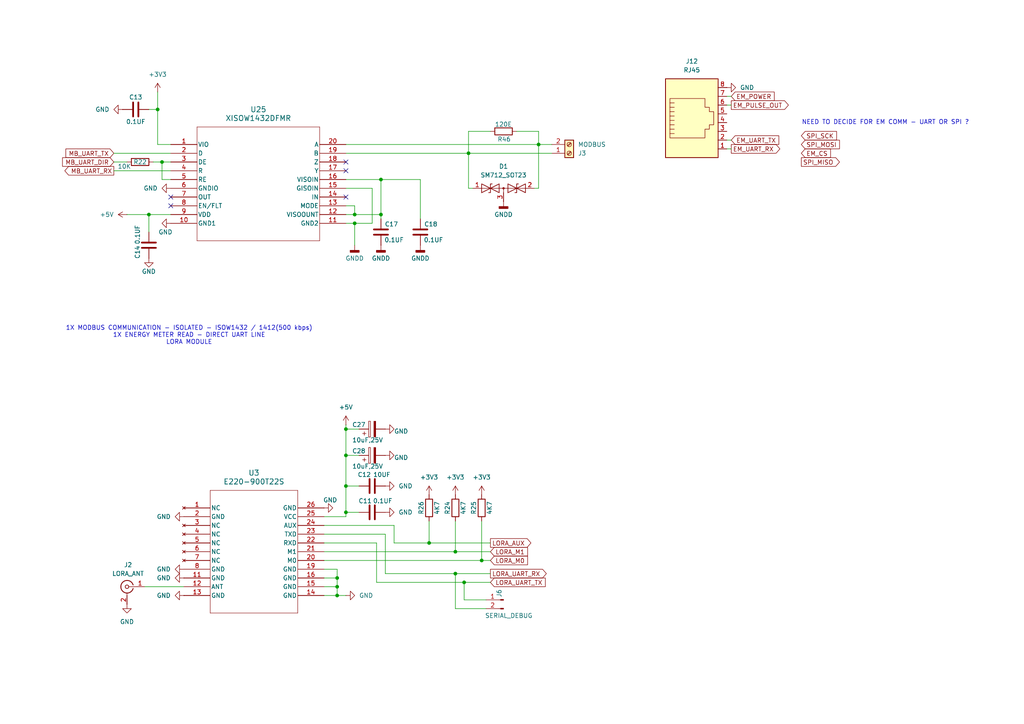
<source format=kicad_sch>
(kicad_sch (version 20231120) (generator "eeschema") (generator_version "8.0")
  (paper "A4")
  (lib_symbols
    (symbol "Connector:Conn_01x02_Pin" (pin_names (offset 1.016) hide)
      (property "Reference" "J" (at 0 2.54 0))
      (property "Value" "Conn_01x02_Pin" (at 0 -5.08 0))
      (symbol "Conn_01x02_Pin_1_1"
        (polyline (pts (xy 1.27 -2.54) (xy 0.8636 -2.54)) (stroke (width 0.1524)))
        (polyline (pts (xy 1.27 0) (xy 0.8636 0)) (stroke (width 0.1524)))
        (rectangle (start 0.8636 -2.413) (end 0 -2.667) (stroke (width 0.1524)) (fill (type outline)))
        (rectangle (start 0.8636 0.127) (end 0 -0.127) (stroke (width 0.1524)) (fill (type outline)))
        (pin passive line (at 5.08 0 180) (length 3.81) (name "Pin_1") (number "1"))
        (pin passive line (at 5.08 -2.54 180) (length 3.81) (name "Pin_2") (number "2"))
      )
    )
    (symbol "Connector:Conn_Coaxial" (pin_names (offset 1.016) hide)
      (property "Reference" "J" (at 0.254 3.048 0))
      (property "Value" "Conn_Coaxial" (at 2.921 0 90))
      (symbol "Conn_Coaxial_0_1"
        (arc (start -1.778 -0.508) (mid 0.2311 -1.8066) (end 1.778 0) (stroke (width 0.254)))
        (polyline (pts (xy -2.54 0) (xy -0.508 0)))
        (polyline (pts (xy 0 -2.54) (xy 0 -1.778)))
        (circle (center 0 0) (radius 0.508) (stroke (width 0.2032)))
        (arc (start 1.778 0) (mid 0.2099 1.8101) (end -1.778 0.508) (stroke (width 0.254)))
      )
      (symbol "Conn_Coaxial_1_1"
        (pin passive line (at -5.08 0 0) (length 2.54) (name "In") (number "1"))
        (pin passive line (at 0 -5.08 90) (length 2.54) (name "Ext") (number "2"))
      )
    )
    (symbol "Connector:RJ45" (pin_names (offset 1.016))
      (property "Reference" "J" (at -5.08 13.97 0))
      (property "Value" "RJ45" (at 2.54 13.97 0))
      (symbol "RJ45_0_1"
        (polyline (pts (xy -5.08 4.445) (xy -6.35 4.445)))
        (polyline (pts (xy -5.08 5.715) (xy -6.35 5.715)))
        (polyline (pts (xy -6.35 -3.175) (xy -5.08 -3.175) (xy -5.08 -3.175)))
        (polyline (pts (xy -6.35 -1.905) (xy -5.08 -1.905) (xy -5.08 -1.905)))
        (polyline (pts (xy -6.35 -0.635) (xy -5.08 -0.635) (xy -5.08 -0.635)))
        (polyline (pts (xy -6.35 0.635) (xy -5.08 0.635) (xy -5.08 0.635)))
        (polyline (pts (xy -6.35 1.905) (xy -5.08 1.905) (xy -5.08 1.905)))
        (polyline (pts (xy -5.08 3.175) (xy -6.35 3.175) (xy -6.35 3.175)))
        (polyline (pts (xy -6.35 -4.445) (xy -6.35 6.985) (xy 3.81 6.985) (xy 3.81 4.445) (xy 5.08 4.445) (xy 5.08 3.175) (xy 6.35 3.175) (xy 6.35 -0.635) (xy 5.08 -0.635) (xy 5.08 -1.905) (xy 3.81 -1.905) (xy 3.81 -4.445) (xy -6.35 -4.445) (xy -6.35 -4.445)))
        (rectangle (start 7.62 12.7) (end -7.62 -10.16) (stroke (width 0.254)) (fill (type background)))
      )
      (symbol "RJ45_1_1"
        (pin passive line (at 10.16 -7.62 180) (length 2.54) (name "~") (number "1"))
        (pin passive line (at 10.16 -5.08 180) (length 2.54) (name "~") (number "2"))
        (pin passive line (at 10.16 -2.54 180) (length 2.54) (name "~") (number "3"))
        (pin passive line (at 10.16 0 180) (length 2.54) (name "~") (number "4"))
        (pin passive line (at 10.16 2.54 180) (length 2.54) (name "~") (number "5"))
        (pin passive line (at 10.16 5.08 180) (length 2.54) (name "~") (number "6"))
        (pin passive line (at 10.16 7.62 180) (length 2.54) (name "~") (number "7"))
        (pin passive line (at 10.16 10.16 180) (length 2.54) (name "~") (number "8"))
      )
    )
    (symbol "Connector:Screw_Terminal_01x02" (pin_names (offset 1.016) hide)
      (property "Reference" "J" (at 0 2.54 0))
      (property "Value" "Screw_Terminal_01x02" (at 0 -5.08 0))
      (symbol "Screw_Terminal_01x02_1_1"
        (rectangle (start -1.27 1.27) (end 1.27 -3.81) (stroke (width 0.254)) (fill (type background)))
        (circle (center 0 -2.54) (radius 0.635) (stroke (width 0.1524)))
        (polyline (pts (xy -0.5334 -2.2098) (xy 0.3302 -3.048)) (stroke (width 0.1524)))
        (polyline (pts (xy -0.5334 0.3302) (xy 0.3302 -0.508)) (stroke (width 0.1524)))
        (polyline (pts (xy -0.3556 -2.032) (xy 0.508 -2.8702)) (stroke (width 0.1524)))
        (polyline (pts (xy -0.3556 0.508) (xy 0.508 -0.3302)) (stroke (width 0.1524)))
        (circle (center 0 0) (radius 0.635) (stroke (width 0.1524)))
        (pin passive line (at -5.08 0 0) (length 3.81) (name "Pin_1") (number "1"))
        (pin passive line (at -5.08 -2.54 0) (length 3.81) (name "Pin_2") (number "2"))
      )
    )
    (symbol "Device:C" (pin_numbers hide) (pin_names (offset 0.254))
      (property "Reference" "C" (at 0.635 2.54 0))
      (property "Value" "C" (at 0.635 -2.54 0))
      (symbol "C_0_1"
        (polyline (pts (xy -2.032 -0.762) (xy 2.032 -0.762)) (stroke (width 0.508)))
        (polyline (pts (xy -2.032 0.762) (xy 2.032 0.762)) (stroke (width 0.508)))
      )
      (symbol "C_1_1"
        (pin passive line (at 0 3.81 270) (length 2.794) (name "~") (number "1"))
        (pin passive line (at 0 -3.81 90) (length 2.794) (name "~") (number "2"))
      )
    )
    (symbol "Device:R" (pin_numbers hide) (pin_names (offset 0))
      (property "Reference" "R" (at 2.032 0 90))
      (property "Value" "R" (at 0 0 90))
      (symbol "R_0_1"
        (rectangle (start -1.016 -2.54) (end 1.016 2.54) (stroke (width 0.254)))
      )
      (symbol "R_1_1"
        (pin passive line (at 0 3.81 270) (length 1.27) (name "~") (number "1"))
        (pin passive line (at 0 -3.81 90) (length 1.27) (name "~") (number "2"))
      )
    )
    (symbol "Diode:SM712_SOT23" (pin_names (offset 1.016) hide)
      (property "Reference" "D" (at 0 4.445 0))
      (property "Value" "SM712_SOT23" (at 0 2.54 0))
      (symbol "SM712_SOT23_0_0"
        (polyline (pts (xy 0 -1.27) (xy 0 0)))
      )
      (symbol "SM712_SOT23_0_1"
        (polyline (pts (xy -6.35 0) (xy 6.35 0)))
        (polyline (pts (xy -3.302 1.27) (xy -3.81 1.27) (xy -3.81 -1.27) (xy -4.318 -1.27)) (stroke (width 0.2032)))
        (polyline (pts (xy 4.318 1.27) (xy 3.81 1.27) (xy 3.81 -1.27) (xy 3.302 -1.27)) (stroke (width 0.2032)))
        (polyline (pts (xy -6.35 -1.27) (xy -1.27 1.27) (xy -1.27 -1.27) (xy -6.35 1.27) (xy -6.35 -1.27)) (stroke (width 0.2032)))
        (polyline (pts (xy 1.27 -1.27) (xy 1.27 1.27) (xy 6.35 -1.27) (xy 6.35 1.27) (xy 1.27 -1.27)) (stroke (width 0.2032)))
        (circle (center 0 0) (radius 0.254) (fill (type outline)))
      )
      (symbol "SM712_SOT23_1_1"
        (pin passive line (at -8.89 0 0) (length 2.54) (name "A1") (number "1"))
        (pin passive line (at 8.89 0 180) (length 2.54) (name "A2") (number "2"))
        (pin input line (at 0 -3.81 90) (length 2.54) (name "common") (number "3"))
      )
    )
    (symbol "E220 LORA:E220-900T22S" (pin_names (offset 0.254))
      (property "Reference" "U" (at 20.32 10.16 0))
      (property "Value" "E220-900T22S" (at 20.32 7.62 0))
      (symbol "E220-900T22S_0_1"
        (polyline (pts (xy 7.62 -30.48) (xy 33.02 -30.48)) (stroke (width 0.127)))
        (polyline (pts (xy 7.62 5.08) (xy 7.62 -30.48)) (stroke (width 0.127)))
        (polyline (pts (xy 33.02 -30.48) (xy 33.02 5.08)) (stroke (width 0.127)))
        (polyline (pts (xy 33.02 5.08) (xy 7.62 5.08)) (stroke (width 0.127)))
        (pin no_connect line (at 0 0 0) (length 7.62) (name "NC") (number "1"))
        (pin power_out line (at 0 -20.32 0) (length 7.62) (name "GND") (number "11"))
        (pin unspecified line (at 0 -22.86 0) (length 7.62) (name "ANT") (number "12"))
        (pin power_out line (at 0 -25.4 0) (length 7.62) (name "GND") (number "13"))
        (pin power_out line (at 40.64 -25.4 180) (length 7.62) (name "GND") (number "14"))
        (pin power_out line (at 40.64 -22.86 180) (length 7.62) (name "GND") (number "15"))
        (pin power_out line (at 40.64 -20.32 180) (length 7.62) (name "GND") (number "16"))
        (pin power_out line (at 40.64 -17.78 180) (length 7.62) (name "GND") (number "19"))
        (pin power_out line (at 0 -2.54 0) (length 7.62) (name "GND") (number "2"))
        (pin input line (at 40.64 -15.24 180) (length 7.62) (name "M0") (number "20"))
        (pin input line (at 40.64 -12.7 180) (length 7.62) (name "M1") (number "21"))
        (pin input line (at 40.64 -10.16 180) (length 7.62) (name "RXD") (number "22"))
        (pin output line (at 40.64 -7.62 180) (length 7.62) (name "TXD") (number "23"))
        (pin output line (at 40.64 -5.08 180) (length 7.62) (name "AUX") (number "24"))
        (pin power_in line (at 40.64 -2.54 180) (length 7.62) (name "VCC") (number "25"))
        (pin power_out line (at 40.64 0 180) (length 7.62) (name "GND") (number "26"))
        (pin no_connect line (at 0 -5.08 0) (length 7.62) (name "NC") (number "3"))
        (pin no_connect line (at 0 -7.62 0) (length 7.62) (name "NC") (number "4"))
        (pin no_connect line (at 0 -10.16 0) (length 7.62) (name "NC") (number "5"))
        (pin no_connect line (at 0 -12.7 0) (length 7.62) (name "NC") (number "6"))
        (pin no_connect line (at 0 -15.24 0) (length 7.62) (name "NC") (number "7"))
        (pin power_out line (at 0 -17.78 0) (length 7.62) (name "GND") (number "8"))
      )
    )
    (symbol "ETCC_3_DEMO-rescue:CP-Device" (pin_numbers hide) (pin_names (offset 0.254))
      (property "Reference" "C" (at 0.635 2.54 0))
      (property "Value" "CP-Device" (at 0.635 -2.54 0))
      (symbol "CP-Device_0_1"
        (rectangle (start -2.286 0.508) (end 2.286 1.016))
        (polyline (pts (xy -1.778 2.286) (xy -0.762 2.286)))
        (polyline (pts (xy -1.27 2.794) (xy -1.27 1.778)))
        (rectangle (start 2.286 -0.508) (end -2.286 -1.016) (fill (type outline)))
      )
      (symbol "CP-Device_1_1"
        (pin passive line (at 0 3.81 270) (length 2.794) (name "~") (number "1"))
        (pin passive line (at 0 -3.81 90) (length 2.794) (name "~") (number "2"))
      )
    )
    (symbol "ISOW1432:XISOW1432DFMR" (pin_names (offset 0.254))
      (property "Reference" "U" (at 25.4 10.16 0))
      (property "Value" "XISOW1432DFMR" (at 25.4 7.62 0))
      (symbol "XISOW1432DFMR_0_1"
        (polyline (pts (xy 7.62 -27.94) (xy 43.18 -27.94)) (stroke (width 0.127)))
        (polyline (pts (xy 7.62 5.08) (xy 7.62 -27.94)) (stroke (width 0.127)))
        (polyline (pts (xy 43.18 -27.94) (xy 43.18 5.08)) (stroke (width 0.127)))
        (polyline (pts (xy 43.18 5.08) (xy 7.62 5.08)) (stroke (width 0.127)))
        (pin power_in line (at 0 0 0) (length 7.62) (name "VIO") (number "1"))
        (pin power_out line (at 0 -22.86 0) (length 7.62) (name "GND1") (number "10"))
        (pin power_out line (at 50.8 -22.86 180) (length 7.62) (name "GND2") (number "11"))
        (pin output line (at 50.8 -20.32 180) (length 7.62) (name "VISOOUNT") (number "12"))
        (pin input line (at 50.8 -17.78 180) (length 7.62) (name "MODE") (number "13"))
        (pin input line (at 50.8 -15.24 180) (length 7.62) (name "IN") (number "14"))
        (pin power_out line (at 50.8 -12.7 180) (length 7.62) (name "GISOIN") (number "15"))
        (pin power_in line (at 50.8 -10.16 180) (length 7.62) (name "VISOIN") (number "16"))
        (pin output line (at 50.8 -7.62 180) (length 7.62) (name "Y") (number "17"))
        (pin output line (at 50.8 -5.08 180) (length 7.62) (name "Z") (number "18"))
        (pin input line (at 50.8 -2.54 180) (length 7.62) (name "B") (number "19"))
        (pin input line (at 0 -2.54 0) (length 7.62) (name "D") (number "2"))
        (pin input line (at 50.8 0 180) (length 7.62) (name "A") (number "20"))
        (pin input line (at 0 -5.08 0) (length 7.62) (name "DE") (number "3"))
        (pin output line (at 0 -7.62 0) (length 7.62) (name "R") (number "4"))
        (pin input line (at 0 -10.16 0) (length 7.62) (name "RE") (number "5"))
        (pin power_out line (at 0 -12.7 0) (length 7.62) (name "GNDIO") (number "6"))
        (pin output line (at 0 -15.24 0) (length 7.62) (name "OUT") (number "7"))
        (pin bidirectional line (at 0 -17.78 0) (length 7.62) (name "EN/FLT") (number "8"))
        (pin power_in line (at 0 -20.32 0) (length 7.62) (name "VDD") (number "9"))
      )
    )
    (symbol "power:+3V3" (power) (pin_numbers hide) (pin_names (offset 0) hide)
      (property "Value" "+3V3" (at 0 3.556 0))
      (symbol "+3V3_0_1"
        (polyline (pts (xy -0.762 1.27) (xy 0 2.54)))
        (polyline (pts (xy 0 0) (xy 0 2.54)))
        (polyline (pts (xy 0 2.54) (xy 0.762 1.27)))
      )
      (symbol "+3V3_1_1"
        (pin power_in line (at 0 0 90) (length 0) (name "~") (number "1"))
      )
    )
    (symbol "power:+5V" (power) (pin_numbers hide) (pin_names (offset 0) hide)
      (property "Value" "+5V" (at 0 3.556 0))
      (symbol "+5V_0_1"
        (polyline (pts (xy -0.762 1.27) (xy 0 2.54)))
        (polyline (pts (xy 0 0) (xy 0 2.54)))
        (polyline (pts (xy 0 2.54) (xy 0.762 1.27)))
      )
      (symbol "+5V_1_1"
        (pin power_in line (at 0 0 90) (length 0) (name "~") (number "1"))
      )
    )
    (symbol "power:GND" (power) (pin_numbers hide) (pin_names (offset 0) hide)
      (property "Value" "GND" (at 0 -3.81 0))
      (symbol "GND_0_1"
        (polyline (pts (xy 0 0) (xy 0 -1.27) (xy 1.27 -1.27) (xy 0 -2.54) (xy -1.27 -1.27) (xy 0 -1.27)))
      )
      (symbol "GND_1_1"
        (pin power_in line (at 0 0 270) (length 0) (name "~") (number "1"))
      )
    )
    (symbol "power:GNDD" (power) (pin_numbers hide) (pin_names (offset 0) hide)
      (property "Value" "GNDD" (at 0 -3.175 0))
      (symbol "GNDD_0_1"
        (rectangle (start -1.27 -1.524) (end 1.27 -2.032) (stroke (width 0.254)) (fill (type outline)))
        (polyline (pts (xy 0 0) (xy 0 -1.524)))
      )
      (symbol "GNDD_1_1"
        (pin power_in line (at 0 0 270) (length 0) (name "~") (number "1"))
      )
    )
  )
  (junction (at 110.49 62.23))
  (junction (at 100.33 124.46))
  (junction (at 102.87 62.23))
  (junction (at 135.89 44.45))
  (junction (at 43.18 62.23))
  (junction (at 132.08 166.37))
  (junction (at 97.79 170.18))
  (junction (at 100.33 148.59))
  (junction (at 124.46 157.48))
  (junction (at 156.21 41.91))
  (junction (at 100.33 132.08))
  (junction (at 139.7 162.56))
  (junction (at 97.79 172.72))
  (junction (at 134.62 168.91))
  (junction (at 97.79 167.64))
  (junction (at 46.99 46.99))
  (junction (at 110.49 52.07))
  (junction (at 100.33 140.97))
  (junction (at 102.87 64.77))
  (junction (at 132.08 160.02))
  (junction (at 45.72 31.75))
  (no_connect (at 49.53 59.69))
  (no_connect (at 100.33 49.53))
  (no_connect (at 49.53 57.15))
  (no_connect (at 100.33 57.15))
  (no_connect (at 100.33 46.99))
  (wire (pts (xy 93.98 152.4) (xy 114.3 152.4)))
  (wire (pts (xy 45.72 26.67) (xy 45.72 31.75)))
  (wire (pts (xy 109.22 157.48) (xy 109.22 168.91)))
  (wire (pts (xy 93.98 157.48) (xy 109.22 157.48)))
  (wire (pts (xy 100.33 64.77) (xy 102.87 64.77)))
  (wire (pts (xy 102.87 62.23) (xy 110.49 62.23)))
  (wire (pts (xy 100.33 62.23) (xy 102.87 62.23)))
  (wire (pts (xy 93.98 149.86) (xy 100.33 149.86)))
  (wire (pts (xy 41.91 170.18) (xy 53.34 170.18)))
  (wire (pts (xy 111.76 166.37) (xy 132.08 166.37)))
  (wire (pts (xy 100.33 124.46) (xy 104.14 124.46)))
  (wire (pts (xy 154.94 54.61) (xy 156.21 54.61)))
  (wire (pts (xy 210.82 27.94) (xy 212.09 27.94)))
  (wire (pts (xy 100.33 149.86) (xy 100.33 148.59)))
  (wire (pts (xy 121.92 63.5) (xy 121.92 52.07)))
  (wire (pts (xy 134.62 173.99) (xy 134.62 168.91)))
  (wire (pts (xy 140.97 176.53) (xy 132.08 176.53)))
  (wire (pts (xy 93.98 160.02) (xy 132.08 160.02)))
  (wire (pts (xy 44.45 46.99) (xy 46.99 46.99)))
  (wire (pts (xy 104.14 148.59) (xy 100.33 148.59)))
  (wire (pts (xy 111.76 154.94) (xy 111.76 166.37)))
  (wire (pts (xy 100.33 132.08) (xy 104.14 132.08)))
  (wire (pts (xy 132.08 151.13) (xy 132.08 160.02)))
  (wire (pts (xy 45.72 41.91) (xy 49.53 41.91)))
  (wire (pts (xy 93.98 170.18) (xy 97.79 170.18)))
  (wire (pts (xy 102.87 64.77) (xy 107.95 64.77)))
  (wire (pts (xy 93.98 154.94) (xy 111.76 154.94)))
  (wire (pts (xy 100.33 123.19) (xy 100.33 124.46)))
  (wire (pts (xy 93.98 165.1) (xy 97.79 165.1)))
  (wire (pts (xy 49.53 52.07) (xy 46.99 52.07)))
  (wire (pts (xy 135.89 54.61) (xy 135.89 44.45)))
  (wire (pts (xy 135.89 38.1) (xy 135.89 44.45)))
  (wire (pts (xy 142.24 38.1) (xy 135.89 38.1)))
  (wire (pts (xy 114.3 157.48) (xy 124.46 157.48)))
  (wire (pts (xy 124.46 157.48) (xy 142.24 157.48)))
  (wire (pts (xy 140.97 173.99) (xy 134.62 173.99)))
  (wire (pts (xy 43.18 31.75) (xy 45.72 31.75)))
  (wire (pts (xy 137.16 54.61) (xy 135.89 54.61)))
  (wire (pts (xy 97.79 165.1) (xy 97.79 167.64)))
  (wire (pts (xy 134.62 168.91) (xy 142.24 168.91)))
  (wire (pts (xy 139.7 151.13) (xy 139.7 162.56)))
  (wire (pts (xy 36.83 62.23) (xy 43.18 62.23)))
  (wire (pts (xy 142.24 160.02) (xy 132.08 160.02)))
  (wire (pts (xy 97.79 170.18) (xy 97.79 172.72)))
  (wire (pts (xy 93.98 162.56) (xy 139.7 162.56)))
  (wire (pts (xy 132.08 166.37) (xy 142.24 166.37)))
  (wire (pts (xy 33.02 46.99) (xy 36.83 46.99)))
  (wire (pts (xy 149.86 38.1) (xy 156.21 38.1)))
  (wire (pts (xy 45.72 31.75) (xy 45.72 41.91)))
  (wire (pts (xy 210.82 43.18) (xy 212.09 43.18)))
  (wire (pts (xy 46.99 46.99) (xy 49.53 46.99)))
  (wire (pts (xy 114.3 152.4) (xy 114.3 157.48)))
  (wire (pts (xy 100.33 41.91) (xy 156.21 41.91)))
  (wire (pts (xy 132.08 176.53) (xy 132.08 166.37)))
  (wire (pts (xy 97.79 172.72) (xy 100.33 172.72)))
  (wire (pts (xy 46.99 52.07) (xy 46.99 46.99)))
  (wire (pts (xy 107.95 64.77) (xy 107.95 54.61)))
  (wire (pts (xy 156.21 41.91) (xy 160.02 41.91)))
  (wire (pts (xy 33.02 44.45) (xy 49.53 44.45)))
  (wire (pts (xy 93.98 172.72) (xy 97.79 172.72)))
  (wire (pts (xy 124.46 151.13) (xy 124.46 157.48)))
  (wire (pts (xy 107.95 54.61) (xy 100.33 54.61)))
  (wire (pts (xy 100.33 59.69) (xy 102.87 59.69)))
  (wire (pts (xy 97.79 167.64) (xy 97.79 170.18)))
  (wire (pts (xy 135.89 44.45) (xy 160.02 44.45)))
  (wire (pts (xy 33.02 49.53) (xy 49.53 49.53)))
  (wire (pts (xy 43.18 62.23) (xy 49.53 62.23)))
  (wire (pts (xy 43.18 62.23) (xy 43.18 67.31)))
  (wire (pts (xy 110.49 52.07) (xy 110.49 62.23)))
  (wire (pts (xy 102.87 64.77) (xy 102.87 71.12)))
  (wire (pts (xy 110.49 62.23) (xy 110.49 63.5)))
  (wire (pts (xy 210.82 40.64) (xy 212.09 40.64)))
  (wire (pts (xy 100.33 132.08) (xy 100.33 140.97)))
  (wire (pts (xy 109.22 168.91) (xy 134.62 168.91)))
  (wire (pts (xy 121.92 52.07) (xy 110.49 52.07)))
  (wire (pts (xy 100.33 140.97) (xy 100.33 148.59)))
  (wire (pts (xy 210.82 30.48) (xy 212.09 30.48)))
  (wire (pts (xy 102.87 59.69) (xy 102.87 62.23)))
  (wire (pts (xy 100.33 52.07) (xy 110.49 52.07)))
  (wire (pts (xy 100.33 44.45) (xy 135.89 44.45)))
  (wire (pts (xy 100.33 124.46) (xy 100.33 132.08)))
  (wire (pts (xy 100.33 140.97) (xy 104.14 140.97)))
  (wire (pts (xy 156.21 54.61) (xy 156.21 41.91)))
  (wire (pts (xy 139.7 162.56) (xy 142.24 162.56)))
  (wire (pts (xy 93.98 167.64) (xy 97.79 167.64)))
  (wire (pts (xy 156.21 38.1) (xy 156.21 41.91)))
  (text "1X MODBUS COMMUNICATION - ISOLATED - ISOW1432 / 1412(500 kbps)\n1X ENERGY METER READ - DIRECT UART LINE\nLORA MODULE" (at 54.864 97.282 0) (effects (font (size 1.27 1.27))))
  (text "NEED TO DECIDE FOR EM COMM - UART OR SPI ? " (at 257.302 35.56 0) (effects (font (size 1.27 1.27))))
  (global_label "EM_UART_TX" (shape input) (at 212.09 40.64 0) (property "Intersheetrefs" "${INTERSHEET_REFS}" (effects (hide yes))))
  (global_label "MB_UART_RX" (shape output) (at 33.02 49.53 180) (property "Intersheetrefs" "${INTERSHEET_REFS}" (effects (hide yes))))
  (global_label "SPI_MOSI" (shape input) (at 232.41 41.91 0) (property "Intersheetrefs" "${INTERSHEET_REFS}" (effects (hide yes))))
  (global_label "SPI_MISO" (shape output) (at 232.41 46.99 0) (property "Intersheetrefs" "${INTERSHEET_REFS}" (effects (hide yes))))
  (global_label "LORA_UART_TX" (shape input) (at 142.24 168.91 0) (property "Intersheetrefs" "${INTERSHEET_REFS}" (effects (hide yes))))
  (global_label "EM_UART_RX" (shape output) (at 212.09 43.18 0) (property "Intersheetrefs" "${INTERSHEET_REFS}" (effects (hide yes))))
  (global_label "LORA_UART_RX" (shape output) (at 142.24 166.37 0) (property "Intersheetrefs" "${INTERSHEET_REFS}" (effects (hide yes))))
  (global_label "MB_UART_TX" (shape input) (at 33.02 44.45 180) (property "Intersheetrefs" "${INTERSHEET_REFS}" (effects (hide yes))))
  (global_label "SPI_SCK" (shape input) (at 232.41 39.37 0) (property "Intersheetrefs" "${INTERSHEET_REFS}" (effects (hide yes))))
  (global_label "LORA_M0" (shape input) (at 142.24 162.56 0) (property "Intersheetrefs" "${INTERSHEET_REFS}" (effects (hide yes))))
  (global_label "LORA_AUX" (shape output) (at 142.24 157.48 0) (property "Intersheetrefs" "${INTERSHEET_REFS}" (effects (hide yes))))
  (global_label "EM_PULSE_OUT" (shape output) (at 212.09 30.48 0) (property "Intersheetrefs" "${INTERSHEET_REFS}" (effects (hide yes))))
  (global_label "MB_UART_DIR" (shape input) (at 33.02 46.99 180) (property "Intersheetrefs" "${INTERSHEET_REFS}" (effects (hide yes))))
  (global_label "EM_CS" (shape input) (at 232.41 44.45 0) (property "Intersheetrefs" "${INTERSHEET_REFS}" (effects (hide yes))))
  (global_label "LORA_M1" (shape input) (at 142.24 160.02 0) (property "Intersheetrefs" "${INTERSHEET_REFS}" (effects (hide yes))))
  (global_label "EM_POWER" (shape input) (at 212.09 27.94 0) (property "Intersheetrefs" "${INTERSHEET_REFS}" (effects (hide yes))))
  (symbol (lib_id "Device:C") (at 121.92 67.31 180) (unit 1)
    (property "Reference" "C18" (at 124.968 65.024 0))
    (property "Value" "0.1UF" (at 125.73 69.596 0))
    (property "Footprint" "Capacitor_SMD:C_0805_2012Metric" (effects (hide yes)))
    (property "Description" "Unpolarized capacitor" (effects (hide yes)))
  )
  (symbol (lib_id "Device:C") (at 39.37 31.75 270) (unit 1)
    (property "Reference" "C13" (at 39.37 28.194 90))
    (property "Value" "0.1UF" (at 39.37 35.306 90))
    (property "Footprint" "Capacitor_SMD:C_0805_2012Metric" (effects (hide yes)))
    (property "Description" "Unpolarized capacitor" (effects (hide yes)))
  )
  (symbol (lib_id "power:GNDD") (at 102.87 71.12 0) (unit 1)
    (property "Reference" "#PWR0202" (effects (hide yes)))
    (property "Value" "GNDD" (at 102.87 74.93 0))
    (property "Description" "Power symbol creates a global label with name \"GNDD\" , digital ground" (effects (hide yes)))
  )
  (symbol (lib_id "power:GND") (at 53.34 149.86 270) (unit 1)
    (property "Reference" "#PWR045" (effects (hide yes)))
    (property "Value" "GND" (at 49.53 149.8599 90) (effects (justify right)))
    (property "Description" "Power symbol creates a global label with name \"GND\" , ground" (effects (hide yes)))
  )
  (symbol (lib_id "power:+5V") (at 36.83 62.23 90) (unit 1)
    (property "Reference" "#PWR0190" (effects (hide yes)))
    (property "Value" "+5V" (at 33.02 62.2299 90) (effects (justify left)))
    (property "Description" "Power symbol creates a global label with name \"+5V\"" (effects (hide yes)))
  )
  (symbol (lib_id "power:GND") (at 53.34 165.1 270) (unit 1)
    (property "Reference" "#PWR046" (effects (hide yes)))
    (property "Value" "GND" (at 49.53 165.0999 90) (effects (justify right)))
    (property "Description" "Power symbol creates a global label with name \"GND\" , ground" (effects (hide yes)))
  )
  (symbol (lib_id "Connector:Conn_01x02_Pin") (at 146.05 173.99 0) (mirror y) (unit 1)
    (property "Reference" "J6" (at 144.78 172.085 90))
    (property "Value" "SERIAL_DEBUG" (at 147.574 178.562 0))
    (property "Footprint" "Connector_PinSocket_2.54mm:PinSocket_1x02_P2.54mm_Vertical" (effects (hide yes)))
  )
  (symbol (lib_id "Connector:RJ45") (at 200.66 35.56 0) (unit 1)
    (property "Reference" "J12" (at 200.66 17.78 0))
    (property "Value" "RJ45" (at 200.66 20.32 0))
    (property "Footprint" "Connector_RJ:RJ45_Amphenol_54602-x08_Horizontal" (effects (hide yes)))
    (property "Description" "RJ connector, 8P8C (8 positions 8 connected)" (effects (hide yes)))
  )
  (symbol (lib_id "power:+5V") (at 100.33 123.19 0) (unit 1)
    (property "Reference" "#PWR037" (effects (hide yes)))
    (property "Value" "+5V" (at 100.33 118.11 0))
    (property "Description" "Power symbol creates a global label with name \"+5V\"" (effects (hide yes)))
  )
  (symbol (lib_id "Connector:Screw_Terminal_01x02") (at 165.1 44.45 0) (mirror x) (unit 1)
    (property "Reference" "J3" (at 167.64 44.4501 0) (effects (justify left)))
    (property "Value" "MODBUS" (at 167.64 41.9101 0) (effects (justify left)))
    (property "Footprint" "TerminalBlock_Phoenix:TerminalBlock_Phoenix_MKDS-3-2-5.08_1x02_P5.08mm_Horizontal" (effects (hide yes)))
    (property "Description" "Generic screw terminal, single row, 01x02, script generated (kicad-library-utils/schlib/autogen/connector/)" (effects (hide yes)))
  )
  (symbol (lib_id "Device:R") (at 40.64 46.99 270) (unit 1)
    (property "Reference" "R22" (at 40.64 46.99 90))
    (property "Value" "10K" (at 36.068 48.26 90))
    (property "Footprint" "Resistor_SMD:R_0805_2012Metric" (effects (hide yes)))
    (property "Description" "Resistor" (effects (hide yes)))
  )
  (symbol (lib_id "power:GND") (at 111.76 148.59 90) (unit 1)
    (property "Reference" "#PWR039" (effects (hide yes)))
    (property "Value" "GND" (at 115.57 148.5899 90) (effects (justify right)))
    (property "Description" "Power symbol creates a global label with name \"GND\" , ground" (effects (hide yes)))
  )
  (symbol (lib_id "power:+3V3") (at 132.08 143.51 0) (unit 1)
    (property "Reference" "#PWR041" (effects (hide yes)))
    (property "Value" "+3V3" (at 132.08 138.43 0))
    (property "Description" "Power symbol creates a global label with name \"+3V3\"" (effects (hide yes)))
  )
  (symbol (lib_id "power:GND") (at 111.76 124.46 90) (unit 1)
    (property "Reference" "#PWR091" (effects (hide yes)))
    (property "Value" "GND" (at 114.3 125.095 90) (effects (justify right)))
  )
  (symbol (lib_id "Device:R") (at 139.7 147.32 0) (unit 1)
    (property "Reference" "R25" (at 137.414 147.32 90))
    (property "Value" "4K7" (at 141.986 147.32 90))
    (property "Footprint" "Resistor_SMD:R_0805_2012Metric" (effects (hide yes)))
    (property "Description" "Resistor" (effects (hide yes)))
  )
  (symbol (lib_id "Device:C") (at 107.95 148.59 90) (unit 1)
    (property "Reference" "C11" (at 105.918 145.288 90))
    (property "Value" "0.1UF" (at 110.998 145.288 90))
    (property "Footprint" "Capacitor_SMD:C_0805_2012Metric" (effects (hide yes)))
    (property "Description" "Unpolarized capacitor" (effects (hide yes)))
  )
  (symbol (lib_id "power:GND") (at 210.82 25.4 90) (unit 1)
    (property "Reference" "#PWR036" (effects (hide yes)))
    (property "Value" "GND" (at 214.63 25.3999 90) (effects (justify right)))
    (property "Description" "Power symbol creates a global label with name \"GND\" , ground" (effects (hide yes)))
  )
  (symbol (lib_id "power:GND") (at 36.83 175.26 0) (unit 1)
    (property "Reference" "#PWR049" (effects (hide yes)))
    (property "Value" "GND" (at 36.83 180.34 0))
    (property "Description" "Power symbol creates a global label with name \"GND\" , ground" (effects (hide yes)))
  )
  (symbol (lib_id "ETCC_3_DEMO-rescue:CP-Device") (at 107.95 124.46 90) (unit 1)
    (property "Reference" "C27" (at 106.045 123.19 90) (effects (justify left)))
    (property "Value" "10uF,25V" (at 111.125 127.635 90) (effects (justify left)))
    (property "Footprint" "Capacitor_SMD:CP_Elec_4x5.4" (effects (hide yes)))
  )
  (symbol (lib_id "power:GNDD") (at 121.92 71.12 0) (unit 1)
    (property "Reference" "#PWR0201" (effects (hide yes)))
    (property "Value" "GNDD" (at 121.92 74.93 0))
    (property "Description" "Power symbol creates a global label with name \"GNDD\" , digital ground" (effects (hide yes)))
  )
  (symbol (lib_id "power:GND") (at 100.33 172.72 90) (unit 1)
    (property "Reference" "#PWR044" (effects (hide yes)))
    (property "Value" "GND" (at 104.14 172.7199 90) (effects (justify right)))
    (property "Description" "Power symbol creates a global label with name \"GND\" , ground" (effects (hide yes)))
  )
  (symbol (lib_id "Device:C") (at 43.18 71.12 180) (unit 1)
    (property "Reference" "C14" (at 39.878 73.152 90))
    (property "Value" "0.1UF" (at 39.878 68.072 90))
    (property "Footprint" "Capacitor_SMD:C_0805_2012Metric" (effects (hide yes)))
    (property "Description" "Unpolarized capacitor" (effects (hide yes)))
  )
  (symbol (lib_id "power:+3V3") (at 139.7 143.51 0) (unit 1)
    (property "Reference" "#PWR042" (effects (hide yes)))
    (property "Value" "+3V3" (at 139.7 138.43 0))
    (property "Description" "Power symbol creates a global label with name \"+3V3\"" (effects (hide yes)))
  )
  (symbol (lib_id "ETCC_3_DEMO-rescue:CP-Device") (at 107.95 132.08 90) (unit 1)
    (property "Reference" "C28" (at 106.045 130.81 90) (effects (justify left)))
    (property "Value" "10uF,25V" (at 111.125 135.255 90) (effects (justify left)))
    (property "Footprint" "Capacitor_SMD:CP_Elec_4x5.4" (effects (hide yes)))
  )
  (symbol (lib_id "power:GND") (at 43.18 74.93 0) (unit 1)
    (property "Reference" "#PWR0197" (effects (hide yes)))
    (property "Value" "GND" (at 45.212 78.74 0) (effects (justify right)))
  )
  (symbol (lib_id "Device:R") (at 124.46 147.32 0) (unit 1)
    (property "Reference" "R26" (at 122.174 147.32 90))
    (property "Value" "4K7" (at 126.746 147.32 90))
    (property "Footprint" "Resistor_SMD:R_0805_2012Metric" (effects (hide yes)))
    (property "Description" "Resistor" (effects (hide yes)))
  )
  (symbol (lib_id "Device:C") (at 110.49 67.31 180) (unit 1)
    (property "Reference" "C17" (at 113.538 65.024 0))
    (property "Value" "0.1UF" (at 114.3 69.596 0))
    (property "Footprint" "Capacitor_SMD:C_0805_2012Metric" (effects (hide yes)))
    (property "Description" "Unpolarized capacitor" (effects (hide yes)))
  )
  (symbol (lib_id "Device:C") (at 107.95 140.97 90) (unit 1)
    (property "Reference" "C12" (at 105.664 137.668 90))
    (property "Value" "10UF" (at 110.744 137.668 90))
    (property "Footprint" "Capacitor_SMD:C_0805_2012Metric" (effects (hide yes)))
    (property "Description" "Unpolarized capacitor" (effects (hide yes)))
  )
  (symbol (lib_id "power:GND") (at 93.98 147.32 90) (unit 1)
    (property "Reference" "#PWR040" (effects (hide yes)))
    (property "Value" "GND" (at 93.726 145.034 90) (effects (justify right)))
    (property "Description" "Power symbol creates a global label with name \"GND\" , ground" (effects (hide yes)))
  )
  (symbol (lib_id "power:+3V3") (at 45.72 26.67 0) (unit 1)
    (property "Reference" "#PWR051" (effects (hide yes)))
    (property "Value" "+3V3" (at 45.72 21.59 0))
    (property "Description" "Power symbol creates a global label with name \"+3V3\"" (effects (hide yes)))
  )
  (symbol (lib_id "power:+3V3") (at 124.46 143.51 0) (unit 1)
    (property "Reference" "#PWR043" (effects (hide yes)))
    (property "Value" "+3V3" (at 124.46 138.43 0))
    (property "Description" "Power symbol creates a global label with name \"+3V3\"" (effects (hide yes)))
  )
  (symbol (lib_id "power:GND") (at 53.34 167.64 270) (unit 1)
    (property "Reference" "#PWR047" (effects (hide yes)))
    (property "Value" "GND" (at 49.53 167.6399 90) (effects (justify right)))
    (property "Description" "Power symbol creates a global label with name \"GND\" , ground" (effects (hide yes)))
  )
  (symbol (lib_id "power:GNDD") (at 110.49 71.12 0) (unit 1)
    (property "Reference" "#PWR0198" (effects (hide yes)))
    (property "Value" "GNDD" (at 110.49 74.93 0))
    (property "Description" "Power symbol creates a global label with name \"GNDD\" , digital ground" (effects (hide yes)))
  )
  (symbol (lib_id "ISOW1432:XISOW1432DFMR") (at 49.53 41.91 0) (unit 1)
    (property "Reference" "U25" (at 74.93 31.75 0) (effects (font (size 1.524 1.524))))
    (property "Value" "XISOW1432DFMR" (at 74.93 34.29 0) (effects (font (size 1.524 1.524))))
    (property "Footprint" "Library2:U_ISOW1432_TEX" (effects (hide yes)))
    (property "Datasheet" "XISOW1432DFMR" (effects (hide yes)))
  )
  (symbol (lib_id "power:GND") (at 111.76 132.08 90) (unit 1)
    (property "Reference" "#PWR092" (effects (hide yes)))
    (property "Value" "GND" (at 114.3 132.715 90) (effects (justify right)))
  )
  (symbol (lib_id "Device:R") (at 146.05 38.1 270) (unit 1)
    (property "Reference" "R46" (at 144.272 40.386 90) (effects (justify left)))
    (property "Value" "120E" (at 143.51 36.068 90) (effects (justify left)))
    (property "Footprint" "Resistor_SMD:R_0805_2012Metric_Pad1.20x1.40mm_HandSolder" (effects (hide yes)))
  )
  (symbol (lib_id "power:GND") (at 53.34 172.72 270) (unit 1)
    (property "Reference" "#PWR048" (effects (hide yes)))
    (property "Value" "GND" (at 49.53 172.7199 90) (effects (justify right)))
    (property "Description" "Power symbol creates a global label with name \"GND\" , ground" (effects (hide yes)))
  )
  (symbol (lib_id "Device:R") (at 132.08 147.32 0) (unit 1)
    (property "Reference" "R24" (at 129.794 147.32 90))
    (property "Value" "4K7" (at 134.366 147.32 90))
    (property "Footprint" "Resistor_SMD:R_0805_2012Metric" (effects (hide yes)))
    (property "Description" "Resistor" (effects (hide yes)))
  )
  (symbol (lib_id "Diode:SM712_SOT23") (at 146.05 54.61 0) (unit 1)
    (property "Reference" "D1" (at 146.05 48.26 0))
    (property "Value" "SM712_SOT23" (at 146.05 50.8 0))
    (property "Footprint" "Package_TO_SOT_SMD:SOT-23" (effects (hide yes)))
    (property "Datasheet" "https://www.littelfuse.com/~/media/electronics/datasheets/tvs_diode_arrays/littelfuse_tvs_diode_array_sm712_datasheet.pdf.pdf" (effects (hide yes)))
    (property "Description" "7V/12V, 600W Asymmetrical TVS Diode Array, SOT-23" (effects (hide yes)))
  )
  (symbol (lib_id "power:GND") (at 49.53 64.77 270) (unit 1)
    (property "Reference" "#PWR0191" (effects (hide yes)))
    (property "Value" "GND" (at 50.038 67.31 90) (effects (justify right)))
  )
  (symbol (lib_id "E220 LORA:E220-900T22S") (at 53.34 147.32 0) (unit 1)
    (property "Reference" "U3" (at 73.66 137.16 0) (effects (font (size 1.524 1.524))))
    (property "Value" "E220-900T22S" (at 73.66 139.7 0) (effects (font (size 1.524 1.524))))
    (property "Datasheet" "E220-900T22S" (effects (hide yes)))
  )
  (symbol (lib_id "Connector:Conn_Coaxial") (at 36.83 170.18 0) (mirror y) (unit 1)
    (property "Reference" "J2" (at 37.1474 163.83 0))
    (property "Value" "LORA_ANT" (at 37.1474 166.37 0))
    (property "Footprint" "Connector_Coaxial:SMA_Amphenol_901-144_Vertical" (effects (hide yes)))
    (property "Datasheet" " ~" (effects (hide yes)))
    (property "Description" "coaxial connector (BNC, SMA, SMB, SMC, Cinch/RCA, LEMO, ...)" (effects (hide yes)))
  )
  (symbol (lib_id "power:GND") (at 49.53 54.61 270) (unit 1)
    (property "Reference" "#PWR087" (effects (hide yes)))
    (property "Value" "GND" (at 45.72 54.6101 90) (effects (justify right)))
    (property "Description" "Power symbol creates a global label with name \"GND\" , ground" (effects (hide yes)))
  )
  (symbol (lib_id "power:GNDD") (at 146.05 58.42 0) (unit 1)
    (property "Reference" "#PWR0252" (effects (hide yes)))
    (property "Value" "GNDD" (at 146.05 62.23 0))
    (property "Description" "Power symbol creates a global label with name \"GNDD\" , digital ground" (effects (hide yes)))
  )
  (symbol (lib_id "power:GND") (at 111.76 140.97 90) (unit 1)
    (property "Reference" "#PWR038" (effects (hide yes)))
    (property "Value" "GND" (at 115.57 140.9699 90) (effects (justify right)))
    (property "Description" "Power symbol creates a global label with name \"GND\" , ground" (effects (hide yes)))
  )
  (symbol (lib_id "power:GND") (at 35.56 31.75 270) (unit 1)
    (property "Reference" "#PWR052" (effects (hide yes)))
    (property "Value" "GND" (at 31.75 31.7501 90) (effects (justify right)))
    (property "Description" "Power symbol creates a global label with name \"GND\" , ground" (effects (hide yes)))
  )
)
</source>
